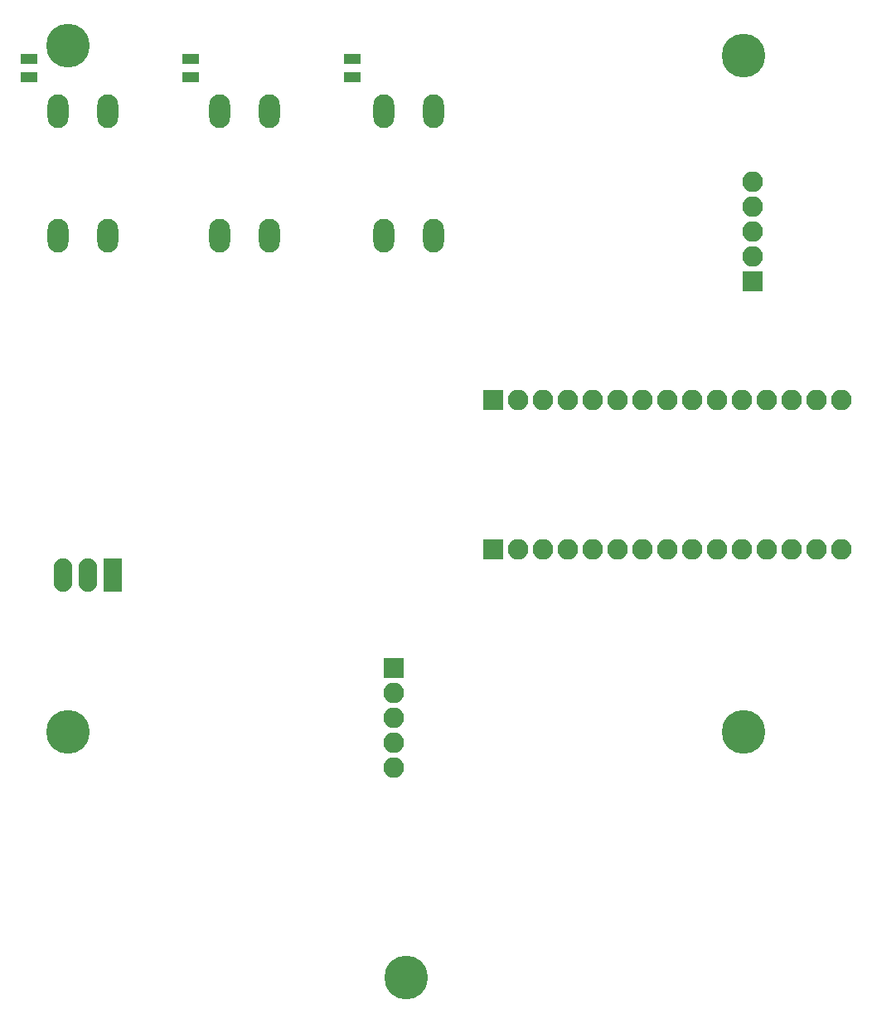
<source format=gbr>
G04 #@! TF.FileFunction,Soldermask,Bot*
%FSLAX46Y46*%
G04 Gerber Fmt 4.6, Leading zero omitted, Abs format (unit mm)*
G04 Created by KiCad (PCBNEW 4.0.5) date *
%MOMM*%
%LPD*%
G01*
G04 APERTURE LIST*
%ADD10C,0.100000*%
%ADD11R,1.906220X3.414980*%
%ADD12O,1.906220X3.414980*%
%ADD13R,1.700000X1.100000*%
%ADD14R,2.100000X2.100000*%
%ADD15O,2.100000X2.100000*%
%ADD16O,2.127200X3.448000*%
%ADD17C,4.464000*%
G04 APERTURE END LIST*
D10*
D11*
X131540000Y-119000000D03*
D12*
X129000000Y-119000000D03*
X126460000Y-119000000D03*
D13*
X123000000Y-66300000D03*
X123000000Y-68200000D03*
X139500000Y-66300000D03*
X139500000Y-68200000D03*
X156000000Y-66300000D03*
X156000000Y-68200000D03*
D14*
X160260000Y-128470000D03*
D15*
X160260000Y-131010000D03*
X160260000Y-133550000D03*
X160260000Y-136090000D03*
X160260000Y-138630000D03*
D14*
X196890000Y-89060000D03*
D15*
X196890000Y-86520000D03*
X196890000Y-83980000D03*
X196890000Y-81440000D03*
X196890000Y-78900000D03*
D14*
X170420000Y-101165000D03*
D15*
X172960000Y-101165000D03*
X175500000Y-101165000D03*
X178040000Y-101165000D03*
X180580000Y-101165000D03*
X183120000Y-101165000D03*
X185660000Y-101165000D03*
X188200000Y-101165000D03*
X190740000Y-101165000D03*
X193280000Y-101165000D03*
X195820000Y-101165000D03*
X198360000Y-101165000D03*
X200900000Y-101165000D03*
X203440000Y-101165000D03*
X205980000Y-101165000D03*
D14*
X170420000Y-116405000D03*
D15*
X172960000Y-116405000D03*
X175500000Y-116405000D03*
X178040000Y-116405000D03*
X180580000Y-116405000D03*
X183120000Y-116405000D03*
X185660000Y-116405000D03*
X188200000Y-116405000D03*
X190740000Y-116405000D03*
X193280000Y-116405000D03*
X195820000Y-116405000D03*
X198360000Y-116405000D03*
X200900000Y-116405000D03*
X203440000Y-116405000D03*
X205980000Y-116405000D03*
D16*
X125960000Y-71650000D03*
X131040000Y-71650000D03*
X125960000Y-84350000D03*
X131040000Y-84350000D03*
X142460000Y-71650000D03*
X147540000Y-71650000D03*
X142460000Y-84350000D03*
X147540000Y-84350000D03*
X159210000Y-71650000D03*
X164290000Y-71650000D03*
X159210000Y-84350000D03*
X164290000Y-84350000D03*
D17*
X127000000Y-135000000D03*
X196000000Y-135000000D03*
X196000000Y-66000000D03*
X127000000Y-65000000D03*
X161500000Y-160075001D03*
M02*

</source>
